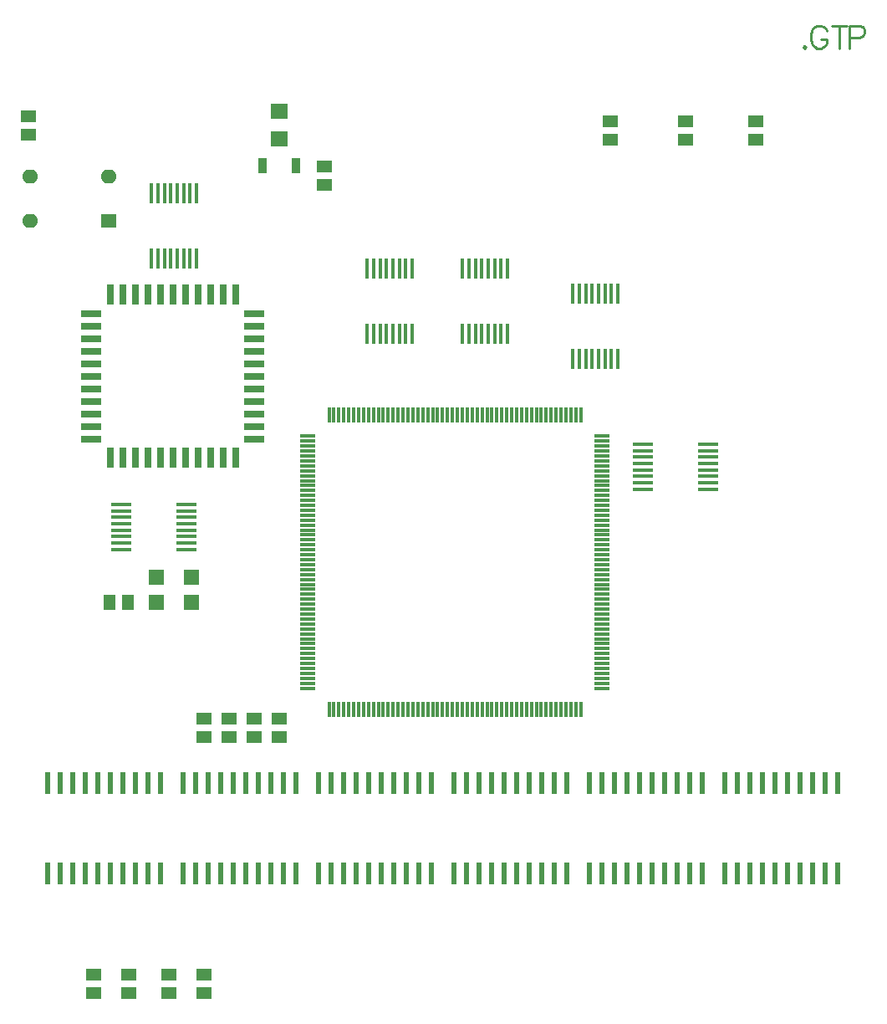
<source format=gtp>
%FSLAX42Y42*%
%MOMM*%
G71*
G01*
G75*
%ADD10R,1.50X1.30*%
%ADD11R,1.50X1.50*%
%ADD12R,2.15X0.40*%
%ADD13R,2.15X0.40*%
%ADD14R,0.40X2.15*%
%ADD15R,0.40X2.15*%
%ADD16R,1.30X1.50*%
%ADD17R,0.30X1.55*%
%ADD18R,1.55X0.30*%
%ADD19R,0.76X2.03*%
%ADD20R,2.03X0.76*%
%ADD21R,0.85X1.60*%
%ADD22R,1.80X1.60*%
%ADD23R,0.60X2.20*%
%ADD24O,1.60X1.40*%
%ADD25R,1.60X1.40*%
%ADD26R,0.60X2.20*%
%ADD27C,0.20*%
%ADD28C,0.30*%
%ADD29C,1.20*%
%ADD30C,0.23*%
%ADD31C,6.35*%
%ADD32C,1.50*%
%ADD33C,1.57*%
%ADD34R,1.57X1.57*%
%ADD35C,1.00*%
%ADD36C,1.25*%
%ADD37R,0.80X2.55*%
%ADD38R,2.55X0.80*%
%ADD39R,1.60X1.80*%
%ADD40O,1.80X2.00*%
%ADD41R,1.80X2.00*%
%ADD42R,0.95X0.90*%
%ADD43R,1.00X1.70*%
%ADD44R,3.40X1.70*%
%ADD45R,2.20X0.60*%
%ADD46R,3.40X1.90*%
%ADD47C,1.00*%
%ADD48C,0.20*%
%ADD49C,0.25*%
%ADD50C,0.25*%
%ADD51C,0.25*%
%ADD52C,0.15*%
%ADD53C,0.23*%
%ADD54R,0.40X0.50*%
%ADD55R,0.40X0.50*%
%ADD56R,19.05X5.08*%
%ADD57C,0.10*%
%ADD58R,0.50X0.40*%
%ADD59R,0.50X0.40*%
D10*
X17882Y24428D02*
D03*
Y24238D02*
D03*
X17170Y24428D02*
D03*
Y24238D02*
D03*
X16408Y24428D02*
D03*
Y24238D02*
D03*
X12294Y18383D02*
D03*
Y18193D02*
D03*
X12548Y18383D02*
D03*
Y18193D02*
D03*
X12802D02*
D03*
Y18383D02*
D03*
X13056Y18193D02*
D03*
Y18383D02*
D03*
X13513Y23781D02*
D03*
Y23971D02*
D03*
X10516Y24289D02*
D03*
Y24479D02*
D03*
X12294Y15602D02*
D03*
Y15792D02*
D03*
X11938Y15602D02*
D03*
Y15792D02*
D03*
X11532Y15602D02*
D03*
Y15792D02*
D03*
X11176Y15602D02*
D03*
Y15792D02*
D03*
D11*
X12164Y19812D02*
D03*
X11814D02*
D03*
X12164Y19558D02*
D03*
X11814D02*
D03*
D12*
X16741Y21157D02*
D03*
X11458Y20548D02*
D03*
D13*
X16741Y21092D02*
D03*
Y21027D02*
D03*
Y20962D02*
D03*
Y20897D02*
D03*
Y20832D02*
D03*
Y20767D02*
D03*
Y20702D02*
D03*
X17396Y21157D02*
D03*
Y21092D02*
D03*
Y21027D02*
D03*
Y20962D02*
D03*
Y20897D02*
D03*
Y20832D02*
D03*
Y20767D02*
D03*
Y20702D02*
D03*
X11458Y20482D02*
D03*
Y20418D02*
D03*
Y20353D02*
D03*
Y20288D02*
D03*
Y20223D02*
D03*
Y20158D02*
D03*
Y20093D02*
D03*
X12113Y20548D02*
D03*
Y20482D02*
D03*
Y20418D02*
D03*
Y20353D02*
D03*
Y20288D02*
D03*
Y20223D02*
D03*
Y20158D02*
D03*
Y20093D02*
D03*
D14*
X16484Y22680D02*
D03*
X15366Y22934D02*
D03*
X14401D02*
D03*
X12216Y23695D02*
D03*
D15*
X16418Y22680D02*
D03*
X16354D02*
D03*
X16289D02*
D03*
X16224D02*
D03*
X16159D02*
D03*
X16094D02*
D03*
X16029D02*
D03*
X16484Y22025D02*
D03*
X16418D02*
D03*
X16354D02*
D03*
X16289D02*
D03*
X16224D02*
D03*
X16159D02*
D03*
X16094D02*
D03*
X16029D02*
D03*
X15301Y22934D02*
D03*
X15236D02*
D03*
X15171D02*
D03*
X15106D02*
D03*
X15041D02*
D03*
X14976D02*
D03*
X14911D02*
D03*
X15366Y22279D02*
D03*
X15301D02*
D03*
X15236D02*
D03*
X15171D02*
D03*
X15106D02*
D03*
X15041D02*
D03*
X14976D02*
D03*
X14911D02*
D03*
X14336Y22934D02*
D03*
X14271D02*
D03*
X14206D02*
D03*
X14141D02*
D03*
X14076D02*
D03*
X14011D02*
D03*
X13946D02*
D03*
X14401Y22279D02*
D03*
X14336D02*
D03*
X14271D02*
D03*
X14206D02*
D03*
X14141D02*
D03*
X14076D02*
D03*
X14011D02*
D03*
X13946D02*
D03*
X12151Y23695D02*
D03*
X12086D02*
D03*
X12021D02*
D03*
X11956D02*
D03*
X11891D02*
D03*
X11826D02*
D03*
X11761D02*
D03*
X12216Y23040D02*
D03*
X12151D02*
D03*
X12086D02*
D03*
X12021D02*
D03*
X11956D02*
D03*
X11891D02*
D03*
X11826D02*
D03*
X11761D02*
D03*
D16*
X11525Y19558D02*
D03*
X11335D02*
D03*
D17*
X13559Y18474D02*
D03*
X13609D02*
D03*
X13659D02*
D03*
X13709D02*
D03*
X13759D02*
D03*
X13809D02*
D03*
X13859D02*
D03*
X13909D02*
D03*
X13959D02*
D03*
X14009D02*
D03*
X14059D02*
D03*
X14109D02*
D03*
X14159D02*
D03*
X14209D02*
D03*
X14259D02*
D03*
X14309D02*
D03*
X14359D02*
D03*
X14409D02*
D03*
X14459D02*
D03*
X14509D02*
D03*
X14559D02*
D03*
X14609D02*
D03*
X14659D02*
D03*
X14709D02*
D03*
X14759D02*
D03*
X14809D02*
D03*
X14859D02*
D03*
X14909D02*
D03*
X14959D02*
D03*
X15009D02*
D03*
X15059D02*
D03*
X15109D02*
D03*
X15159D02*
D03*
X15209D02*
D03*
X15259D02*
D03*
X15309D02*
D03*
X15359D02*
D03*
X15409D02*
D03*
X15459D02*
D03*
X15509D02*
D03*
X15559D02*
D03*
X15609D02*
D03*
X15659D02*
D03*
X15709D02*
D03*
X15759D02*
D03*
X15809D02*
D03*
X15859D02*
D03*
X15909D02*
D03*
X15959D02*
D03*
X16009D02*
D03*
X16059D02*
D03*
X16109D02*
D03*
X13559Y21454D02*
D03*
X13609D02*
D03*
X13659D02*
D03*
X13709D02*
D03*
X13759D02*
D03*
X13809D02*
D03*
X13859D02*
D03*
X13909D02*
D03*
X13959D02*
D03*
X14009D02*
D03*
X14059D02*
D03*
X14109D02*
D03*
X14159D02*
D03*
X14209D02*
D03*
X14259D02*
D03*
X14309D02*
D03*
X14359D02*
D03*
X14409D02*
D03*
X14459D02*
D03*
X14509D02*
D03*
X14559D02*
D03*
X14609D02*
D03*
X14659D02*
D03*
X14709D02*
D03*
X14759D02*
D03*
X14809D02*
D03*
X14859D02*
D03*
X14909D02*
D03*
X14959D02*
D03*
X15059D02*
D03*
X15109D02*
D03*
X15159D02*
D03*
X15209D02*
D03*
X15259D02*
D03*
X15309D02*
D03*
X15359D02*
D03*
X15409D02*
D03*
X15459D02*
D03*
X15509D02*
D03*
X15559D02*
D03*
X15609D02*
D03*
X15659D02*
D03*
X15709D02*
D03*
X15759D02*
D03*
X15809D02*
D03*
X15859D02*
D03*
X15909D02*
D03*
X15959D02*
D03*
X16009D02*
D03*
X16059D02*
D03*
X16109D02*
D03*
X15009D02*
D03*
D18*
X13344Y21239D02*
D03*
Y21189D02*
D03*
Y21139D02*
D03*
Y21089D02*
D03*
Y21039D02*
D03*
Y20989D02*
D03*
Y20939D02*
D03*
Y20889D02*
D03*
Y20839D02*
D03*
Y20789D02*
D03*
Y20739D02*
D03*
Y20689D02*
D03*
Y20639D02*
D03*
Y20589D02*
D03*
Y20539D02*
D03*
Y20489D02*
D03*
Y20439D02*
D03*
Y20389D02*
D03*
Y20339D02*
D03*
Y20289D02*
D03*
Y20239D02*
D03*
Y20189D02*
D03*
Y20139D02*
D03*
Y20089D02*
D03*
Y20039D02*
D03*
Y19989D02*
D03*
Y19939D02*
D03*
Y19889D02*
D03*
Y19839D02*
D03*
Y19789D02*
D03*
Y19739D02*
D03*
Y19689D02*
D03*
Y19639D02*
D03*
Y19589D02*
D03*
Y19539D02*
D03*
Y19489D02*
D03*
Y19439D02*
D03*
Y19389D02*
D03*
Y19339D02*
D03*
Y19289D02*
D03*
Y19239D02*
D03*
Y19189D02*
D03*
Y19139D02*
D03*
Y19089D02*
D03*
Y19039D02*
D03*
Y18989D02*
D03*
Y18939D02*
D03*
Y18889D02*
D03*
Y18839D02*
D03*
Y18789D02*
D03*
Y18739D02*
D03*
Y18689D02*
D03*
X16324Y21239D02*
D03*
Y21189D02*
D03*
Y21139D02*
D03*
Y21089D02*
D03*
Y21039D02*
D03*
Y20989D02*
D03*
Y20939D02*
D03*
Y20889D02*
D03*
Y20839D02*
D03*
Y20789D02*
D03*
Y20739D02*
D03*
Y20689D02*
D03*
Y20639D02*
D03*
Y20589D02*
D03*
Y20539D02*
D03*
Y20489D02*
D03*
Y20439D02*
D03*
Y20389D02*
D03*
Y20339D02*
D03*
Y20289D02*
D03*
Y20239D02*
D03*
Y20189D02*
D03*
Y20139D02*
D03*
Y20089D02*
D03*
Y20039D02*
D03*
Y19989D02*
D03*
Y19939D02*
D03*
Y19889D02*
D03*
Y19839D02*
D03*
Y19789D02*
D03*
Y19739D02*
D03*
Y19689D02*
D03*
Y19639D02*
D03*
Y19589D02*
D03*
Y19539D02*
D03*
Y19489D02*
D03*
Y19439D02*
D03*
Y19389D02*
D03*
Y19339D02*
D03*
Y19289D02*
D03*
Y19239D02*
D03*
Y19189D02*
D03*
Y19139D02*
D03*
Y19089D02*
D03*
Y19039D02*
D03*
Y18989D02*
D03*
Y18939D02*
D03*
Y18889D02*
D03*
Y18839D02*
D03*
Y18789D02*
D03*
Y18739D02*
D03*
Y18689D02*
D03*
D19*
X12611Y22670D02*
D03*
X12484D02*
D03*
X12357D02*
D03*
X12230D02*
D03*
X12103D02*
D03*
X11976D02*
D03*
X11849D02*
D03*
X11722D02*
D03*
X11595D02*
D03*
X11468D02*
D03*
X11341D02*
D03*
Y21018D02*
D03*
X11468D02*
D03*
X11595D02*
D03*
X11722D02*
D03*
X11849D02*
D03*
X11976D02*
D03*
X12103D02*
D03*
X12230D02*
D03*
X12357D02*
D03*
X12484D02*
D03*
X12611D02*
D03*
D20*
X11151Y22479D02*
D03*
Y22352D02*
D03*
Y22225D02*
D03*
Y22098D02*
D03*
Y21971D02*
D03*
Y21844D02*
D03*
Y21717D02*
D03*
Y21590D02*
D03*
Y21463D02*
D03*
Y21336D02*
D03*
Y21209D02*
D03*
X12802D02*
D03*
Y21336D02*
D03*
Y21463D02*
D03*
Y21590D02*
D03*
Y21717D02*
D03*
Y21844D02*
D03*
Y21971D02*
D03*
Y22098D02*
D03*
Y22225D02*
D03*
Y22352D02*
D03*
Y22479D02*
D03*
D21*
X13226Y23978D02*
D03*
X12886D02*
D03*
D22*
X13056Y24244D02*
D03*
Y24524D02*
D03*
D23*
X11849Y17732D02*
D03*
X11722D02*
D03*
X11595D02*
D03*
X11468D02*
D03*
X11341D02*
D03*
X11214D02*
D03*
X11087D02*
D03*
X10960D02*
D03*
X10833D02*
D03*
X10706D02*
D03*
X11849Y16812D02*
D03*
X11722D02*
D03*
X11595D02*
D03*
X11468D02*
D03*
X11341D02*
D03*
X11214D02*
D03*
X11087D02*
D03*
X10960D02*
D03*
X10833D02*
D03*
X10706D02*
D03*
X17335Y17732D02*
D03*
X17209D02*
D03*
X17082D02*
D03*
X16954D02*
D03*
X16827D02*
D03*
X16701D02*
D03*
X16574D02*
D03*
X16446D02*
D03*
X16320D02*
D03*
X16193D02*
D03*
X17335Y16812D02*
D03*
X17209D02*
D03*
X17082D02*
D03*
X16954D02*
D03*
X16827D02*
D03*
X16701D02*
D03*
X16574D02*
D03*
X16446D02*
D03*
X16320D02*
D03*
X16193D02*
D03*
X18707Y17732D02*
D03*
X18580D02*
D03*
X18453D02*
D03*
X18326D02*
D03*
X18199D02*
D03*
X18072D02*
D03*
X17945D02*
D03*
X17818D02*
D03*
X17691D02*
D03*
X17564D02*
D03*
X18707Y16812D02*
D03*
X18580D02*
D03*
X18453D02*
D03*
X18326D02*
D03*
X18199D02*
D03*
X18072D02*
D03*
X17945D02*
D03*
X17818D02*
D03*
X17691D02*
D03*
X17564D02*
D03*
X15964Y17732D02*
D03*
X15837D02*
D03*
X15710D02*
D03*
X15583D02*
D03*
X15456D02*
D03*
X15329D02*
D03*
X15202D02*
D03*
X15075D02*
D03*
X14948D02*
D03*
X14821D02*
D03*
X15964Y16812D02*
D03*
X15837D02*
D03*
X15710D02*
D03*
X15583D02*
D03*
X15456D02*
D03*
X15329D02*
D03*
X15202D02*
D03*
X15075D02*
D03*
X14948D02*
D03*
X14821D02*
D03*
X14592Y17732D02*
D03*
X14465D02*
D03*
X14338D02*
D03*
X14211D02*
D03*
X14084D02*
D03*
X13957D02*
D03*
X13830D02*
D03*
X13703D02*
D03*
X13576D02*
D03*
X13449D02*
D03*
X14592Y16812D02*
D03*
X14465D02*
D03*
X14338D02*
D03*
X14211D02*
D03*
X14084D02*
D03*
X13957D02*
D03*
X13703D02*
D03*
X13576D02*
D03*
X13449D02*
D03*
X13221Y17732D02*
D03*
X13094D02*
D03*
X12967D02*
D03*
X12840D02*
D03*
X12713D02*
D03*
X12586D02*
D03*
X12459D02*
D03*
X12332D02*
D03*
X12205D02*
D03*
X12078D02*
D03*
X13221Y16812D02*
D03*
X13094D02*
D03*
X12967D02*
D03*
X12840D02*
D03*
X12713D02*
D03*
X12586D02*
D03*
X12459D02*
D03*
X12332D02*
D03*
X12205D02*
D03*
X12078D02*
D03*
D24*
X10528Y23869D02*
D03*
Y23419D02*
D03*
X11328Y23869D02*
D03*
D25*
Y23419D02*
D03*
D26*
X13830Y16812D02*
D03*
D30*
X18375Y25188D02*
X18364Y25177D01*
X18375Y25166D01*
X18386Y25177D01*
X18375Y25188D01*
X18599Y25340D02*
X18588Y25362D01*
X18567Y25384D01*
X18545Y25395D01*
X18501D01*
X18480Y25384D01*
X18458Y25362D01*
X18447Y25340D01*
X18436Y25308D01*
Y25253D01*
X18447Y25221D01*
X18458Y25199D01*
X18480Y25177D01*
X18501Y25166D01*
X18545D01*
X18567Y25177D01*
X18588Y25199D01*
X18599Y25221D01*
Y25253D01*
X18545D02*
X18599D01*
X18728Y25395D02*
Y25166D01*
X18652Y25395D02*
X18804D01*
X18831Y25275D02*
X18929D01*
X18962Y25286D01*
X18973Y25297D01*
X18983Y25319D01*
Y25351D01*
X18973Y25373D01*
X18962Y25384D01*
X18929Y25395D01*
X18831D01*
Y25166D01*
M02*

</source>
